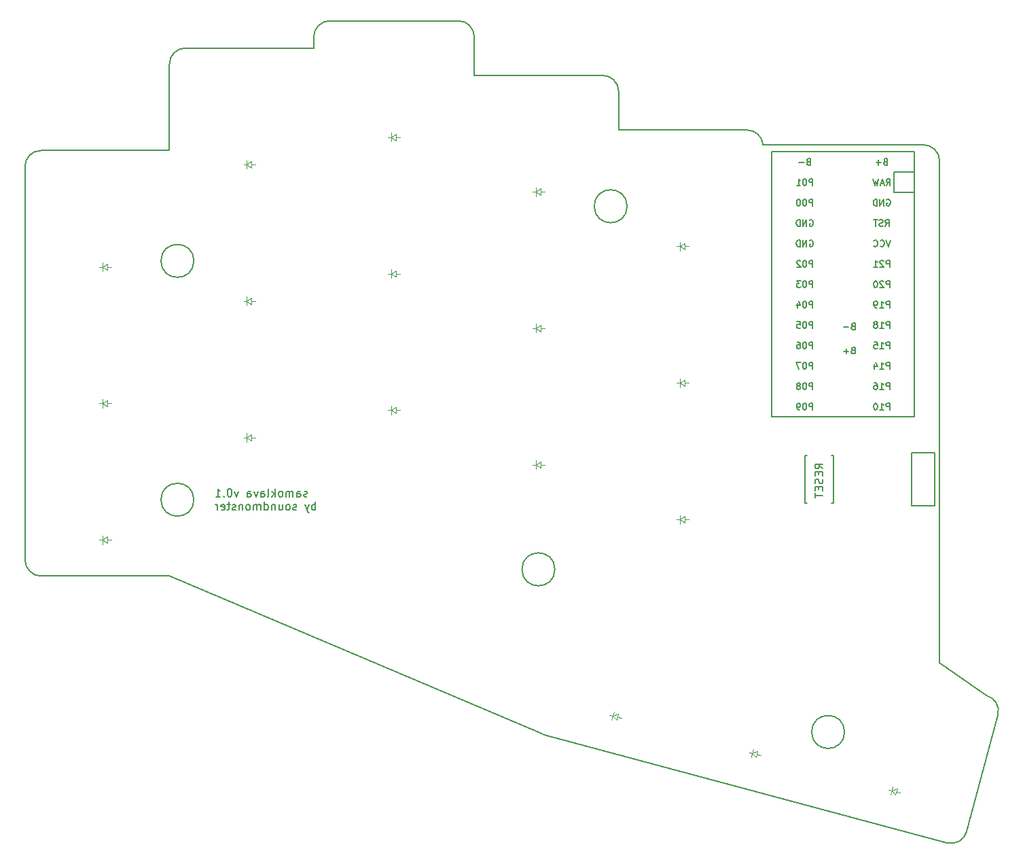
<source format=gbr>
G04 #@! TF.GenerationSoftware,KiCad,Pcbnew,5.1.5+dfsg1-2build2*
G04 #@! TF.CreationDate,2022-04-19T07:05:38+00:00*
G04 #@! TF.ProjectId,board,626f6172-642e-46b6-9963-61645f706362,v1.0.0*
G04 #@! TF.SameCoordinates,Original*
G04 #@! TF.FileFunction,Legend,Bot*
G04 #@! TF.FilePolarity,Positive*
%FSLAX46Y46*%
G04 Gerber Fmt 4.6, Leading zero omitted, Abs format (unit mm)*
G04 Created by KiCad (PCBNEW 5.1.5+dfsg1-2build2) date 2022-04-19 07:05:38*
%MOMM*%
%LPD*%
G04 APERTURE LIST*
%ADD10C,0.150000*%
G04 #@! TA.AperFunction,Profile*
%ADD11C,0.150000*%
G04 #@! TD*
%ADD12C,0.100000*%
G04 APERTURE END LIST*
D10*
X43168928Y420238D02*
X43073690Y372619D01*
X42883214Y372619D01*
X42787976Y420238D01*
X42740357Y515476D01*
X42740357Y563095D01*
X42787976Y658333D01*
X42883214Y705952D01*
X43026071Y705952D01*
X43121309Y753571D01*
X43168928Y848809D01*
X43168928Y896428D01*
X43121309Y991666D01*
X43026071Y1039285D01*
X42883214Y1039285D01*
X42787976Y991666D01*
X41883214Y372619D02*
X41883214Y896428D01*
X41930833Y991666D01*
X42026071Y1039285D01*
X42216547Y1039285D01*
X42311785Y991666D01*
X41883214Y420238D02*
X41978452Y372619D01*
X42216547Y372619D01*
X42311785Y420238D01*
X42359404Y515476D01*
X42359404Y610714D01*
X42311785Y705952D01*
X42216547Y753571D01*
X41978452Y753571D01*
X41883214Y801190D01*
X41407023Y372619D02*
X41407023Y1039285D01*
X41407023Y944047D02*
X41359404Y991666D01*
X41264166Y1039285D01*
X41121309Y1039285D01*
X41026071Y991666D01*
X40978452Y896428D01*
X40978452Y372619D01*
X40978452Y896428D02*
X40930833Y991666D01*
X40835595Y1039285D01*
X40692738Y1039285D01*
X40597500Y991666D01*
X40549880Y896428D01*
X40549880Y372619D01*
X39930833Y372619D02*
X40026071Y420238D01*
X40073690Y467857D01*
X40121309Y563095D01*
X40121309Y848809D01*
X40073690Y944047D01*
X40026071Y991666D01*
X39930833Y1039285D01*
X39787976Y1039285D01*
X39692738Y991666D01*
X39645119Y944047D01*
X39597500Y848809D01*
X39597500Y563095D01*
X39645119Y467857D01*
X39692738Y420238D01*
X39787976Y372619D01*
X39930833Y372619D01*
X39168928Y372619D02*
X39168928Y1372619D01*
X39073690Y753571D02*
X38787976Y372619D01*
X38787976Y1039285D02*
X39168928Y658333D01*
X38216547Y372619D02*
X38311785Y420238D01*
X38359404Y515476D01*
X38359404Y1372619D01*
X37407023Y372619D02*
X37407023Y896428D01*
X37454642Y991666D01*
X37549880Y1039285D01*
X37740357Y1039285D01*
X37835595Y991666D01*
X37407023Y420238D02*
X37502261Y372619D01*
X37740357Y372619D01*
X37835595Y420238D01*
X37883214Y515476D01*
X37883214Y610714D01*
X37835595Y705952D01*
X37740357Y753571D01*
X37502261Y753571D01*
X37407023Y801190D01*
X37026071Y1039285D02*
X36787976Y372619D01*
X36549880Y1039285D01*
X35740357Y372619D02*
X35740357Y896428D01*
X35787976Y991666D01*
X35883214Y1039285D01*
X36073690Y1039285D01*
X36168928Y991666D01*
X35740357Y420238D02*
X35835595Y372619D01*
X36073690Y372619D01*
X36168928Y420238D01*
X36216547Y515476D01*
X36216547Y610714D01*
X36168928Y705952D01*
X36073690Y753571D01*
X35835595Y753571D01*
X35740357Y801190D01*
X34597500Y1039285D02*
X34359404Y372619D01*
X34121309Y1039285D01*
X33549880Y1372619D02*
X33454642Y1372619D01*
X33359404Y1325000D01*
X33311785Y1277380D01*
X33264166Y1182142D01*
X33216547Y991666D01*
X33216547Y753571D01*
X33264166Y563095D01*
X33311785Y467857D01*
X33359404Y420238D01*
X33454642Y372619D01*
X33549880Y372619D01*
X33645119Y420238D01*
X33692738Y467857D01*
X33740357Y563095D01*
X33787976Y753571D01*
X33787976Y991666D01*
X33740357Y1182142D01*
X33692738Y1277380D01*
X33645119Y1325000D01*
X33549880Y1372619D01*
X32787976Y467857D02*
X32740357Y420238D01*
X32787976Y372619D01*
X32835595Y420238D01*
X32787976Y467857D01*
X32787976Y372619D01*
X31787976Y372619D02*
X32359404Y372619D01*
X32073690Y372619D02*
X32073690Y1372619D01*
X32168928Y1229761D01*
X32264166Y1134523D01*
X32359404Y1086904D01*
X44216547Y-1277380D02*
X44216547Y-277380D01*
X44216547Y-658333D02*
X44121309Y-610714D01*
X43930833Y-610714D01*
X43835595Y-658333D01*
X43787976Y-705952D01*
X43740357Y-801190D01*
X43740357Y-1086904D01*
X43787976Y-1182142D01*
X43835595Y-1229761D01*
X43930833Y-1277380D01*
X44121309Y-1277380D01*
X44216547Y-1229761D01*
X43407023Y-610714D02*
X43168928Y-1277380D01*
X42930833Y-610714D02*
X43168928Y-1277380D01*
X43264166Y-1515476D01*
X43311785Y-1563095D01*
X43407023Y-1610714D01*
X41835595Y-1229761D02*
X41740357Y-1277380D01*
X41549880Y-1277380D01*
X41454642Y-1229761D01*
X41407023Y-1134523D01*
X41407023Y-1086904D01*
X41454642Y-991666D01*
X41549880Y-944047D01*
X41692738Y-944047D01*
X41787976Y-896428D01*
X41835595Y-801190D01*
X41835595Y-753571D01*
X41787976Y-658333D01*
X41692738Y-610714D01*
X41549880Y-610714D01*
X41454642Y-658333D01*
X40835595Y-1277380D02*
X40930833Y-1229761D01*
X40978452Y-1182142D01*
X41026071Y-1086904D01*
X41026071Y-801190D01*
X40978452Y-705952D01*
X40930833Y-658333D01*
X40835595Y-610714D01*
X40692738Y-610714D01*
X40597500Y-658333D01*
X40549880Y-705952D01*
X40502261Y-801190D01*
X40502261Y-1086904D01*
X40549880Y-1182142D01*
X40597500Y-1229761D01*
X40692738Y-1277380D01*
X40835595Y-1277380D01*
X39645119Y-610714D02*
X39645119Y-1277380D01*
X40073690Y-610714D02*
X40073690Y-1134523D01*
X40026071Y-1229761D01*
X39930833Y-1277380D01*
X39787976Y-1277380D01*
X39692738Y-1229761D01*
X39645119Y-1182142D01*
X39168928Y-610714D02*
X39168928Y-1277380D01*
X39168928Y-705952D02*
X39121309Y-658333D01*
X39026071Y-610714D01*
X38883214Y-610714D01*
X38787976Y-658333D01*
X38740357Y-753571D01*
X38740357Y-1277380D01*
X37835595Y-1277380D02*
X37835595Y-277380D01*
X37835595Y-1229761D02*
X37930833Y-1277380D01*
X38121309Y-1277380D01*
X38216547Y-1229761D01*
X38264166Y-1182142D01*
X38311785Y-1086904D01*
X38311785Y-801190D01*
X38264166Y-705952D01*
X38216547Y-658333D01*
X38121309Y-610714D01*
X37930833Y-610714D01*
X37835595Y-658333D01*
X37359404Y-1277380D02*
X37359404Y-610714D01*
X37359404Y-705952D02*
X37311785Y-658333D01*
X37216547Y-610714D01*
X37073690Y-610714D01*
X36978452Y-658333D01*
X36930833Y-753571D01*
X36930833Y-1277380D01*
X36930833Y-753571D02*
X36883214Y-658333D01*
X36787976Y-610714D01*
X36645119Y-610714D01*
X36549880Y-658333D01*
X36502261Y-753571D01*
X36502261Y-1277380D01*
X35883214Y-1277380D02*
X35978452Y-1229761D01*
X36026071Y-1182142D01*
X36073690Y-1086904D01*
X36073690Y-801190D01*
X36026071Y-705952D01*
X35978452Y-658333D01*
X35883214Y-610714D01*
X35740357Y-610714D01*
X35645119Y-658333D01*
X35597500Y-705952D01*
X35549880Y-801190D01*
X35549880Y-1086904D01*
X35597500Y-1182142D01*
X35645119Y-1229761D01*
X35740357Y-1277380D01*
X35883214Y-1277380D01*
X35121309Y-610714D02*
X35121309Y-1277380D01*
X35121309Y-705952D02*
X35073690Y-658333D01*
X34978452Y-610714D01*
X34835595Y-610714D01*
X34740357Y-658333D01*
X34692738Y-753571D01*
X34692738Y-1277380D01*
X34264166Y-1229761D02*
X34168928Y-1277380D01*
X33978452Y-1277380D01*
X33883214Y-1229761D01*
X33835595Y-1134523D01*
X33835595Y-1086904D01*
X33883214Y-991666D01*
X33978452Y-944047D01*
X34121309Y-944047D01*
X34216547Y-896428D01*
X34264166Y-801190D01*
X34264166Y-753571D01*
X34216547Y-658333D01*
X34121309Y-610714D01*
X33978452Y-610714D01*
X33883214Y-658333D01*
X33549880Y-610714D02*
X33168928Y-610714D01*
X33407023Y-277380D02*
X33407023Y-1134523D01*
X33359404Y-1229761D01*
X33264166Y-1277380D01*
X33168928Y-1277380D01*
X32454642Y-1229761D02*
X32549880Y-1277380D01*
X32740357Y-1277380D01*
X32835595Y-1229761D01*
X32883214Y-1134523D01*
X32883214Y-753571D01*
X32835595Y-658333D01*
X32740357Y-610714D01*
X32549880Y-610714D01*
X32454642Y-658333D01*
X32407023Y-753571D01*
X32407023Y-848809D01*
X32883214Y-944047D01*
X31978452Y-1277380D02*
X31978452Y-610714D01*
X31978452Y-801190D02*
X31930833Y-705952D01*
X31883214Y-658333D01*
X31787976Y-610714D01*
X31692738Y-610714D01*
D11*
X10000000Y-9500000D02*
X26000000Y-9500000D01*
X8000000Y-7500000D02*
X8000000Y41500000D01*
X10000000Y-9500000D02*
G75*
G02X8000000Y-7500000I0J2000000D01*
G01*
X26000000Y43500000D02*
X10000000Y43500000D01*
X8000000Y41500000D02*
G75*
G02X10000000Y43500000I2000000J0D01*
G01*
X44000000Y56250000D02*
X28000000Y56250000D01*
X26000000Y54250000D02*
G75*
G02X28000000Y56250000I2000000J0D01*
G01*
X26000000Y54250000D02*
X26000000Y43500000D01*
X64000000Y52850000D02*
X64000000Y57650000D01*
X62000000Y59650000D02*
G75*
G02X64000000Y57650000I0J-2000000D01*
G01*
X62000000Y59650000D02*
X46000000Y59650000D01*
X44000000Y57650000D02*
G75*
G02X46000000Y59650000I2000000J0D01*
G01*
X44000000Y57650000D02*
X44000000Y56250000D01*
X82000000Y46050000D02*
X82000000Y50850000D01*
X80000000Y52850000D02*
G75*
G02X82000000Y50850000I0J-2000000D01*
G01*
X80000000Y52850000D02*
X64000000Y52850000D01*
X98000000Y46050000D02*
G75*
G02X99994367Y44200000I0J-2000000D01*
G01*
X98000000Y46050000D02*
X82000000Y46050000D01*
X72707107Y-29274745D02*
X122935250Y-42733335D01*
X72707107Y-29274745D02*
G75*
G02X72197860Y-29059141I517638J1931852D01*
G01*
X125384739Y-41319122D02*
G75*
G02X122935250Y-42733335I-1931851J517638D01*
G01*
X125384740Y-41319122D02*
X129267025Y-26830234D01*
X127852812Y-24380745D02*
G75*
G02X129267025Y-26830234I-517638J-1931851D01*
G01*
X122000000Y-20297692D02*
X127852812Y-24380745D01*
X72197860Y-29059141D02*
X26000000Y-9500000D01*
X122000000Y-20297692D02*
X122000000Y42200000D01*
X120000000Y44200000D02*
G75*
G02X122000000Y42200000I0J-2000000D01*
G01*
X120000000Y44200000D02*
X99994367Y44200000D01*
X29050000Y29750000D02*
G75*
G03X29050000Y29750000I-2050000J0D01*
G01*
X29050000Y0D02*
G75*
G03X29050000Y0I-2050000J0D01*
G01*
X83050000Y36550000D02*
G75*
G03X83050000Y36550000I-2050000J0D01*
G01*
X74050000Y-8670000D02*
G75*
G03X74050000Y-8670000I-2050000J0D01*
G01*
X110153958Y-28924179D02*
G75*
G03X110153958Y-28924179I-2050000J0D01*
G01*
D12*
G04 #@! TO.C,D1*
X18250000Y-5000000D02*
X18750000Y-5000000D01*
X18250000Y-5400000D02*
X17650000Y-5000000D01*
X18250000Y-4600000D02*
X18250000Y-5400000D01*
X17650000Y-5000000D02*
X18250000Y-4600000D01*
X17650000Y-5000000D02*
X17650000Y-5550000D01*
X17650000Y-5000000D02*
X17650000Y-4450000D01*
X17250000Y-5000000D02*
X17650000Y-5000000D01*
G04 #@! TO.C,D2*
X18250000Y12000000D02*
X18750000Y12000000D01*
X18250000Y11600000D02*
X17650000Y12000000D01*
X18250000Y12400000D02*
X18250000Y11600000D01*
X17650000Y12000000D02*
X18250000Y12400000D01*
X17650000Y12000000D02*
X17650000Y11450000D01*
X17650000Y12000000D02*
X17650000Y12550000D01*
X17250000Y12000000D02*
X17650000Y12000000D01*
G04 #@! TO.C,D3*
X18250000Y29000000D02*
X18750000Y29000000D01*
X18250000Y28600000D02*
X17650000Y29000000D01*
X18250000Y29400000D02*
X18250000Y28600000D01*
X17650000Y29000000D02*
X18250000Y29400000D01*
X17650000Y29000000D02*
X17650000Y28450000D01*
X17650000Y29000000D02*
X17650000Y29550000D01*
X17250000Y29000000D02*
X17650000Y29000000D01*
G04 #@! TO.C,D4*
X36250000Y7750000D02*
X36750000Y7750000D01*
X36250000Y7350000D02*
X35650000Y7750000D01*
X36250000Y8150000D02*
X36250000Y7350000D01*
X35650000Y7750000D02*
X36250000Y8150000D01*
X35650000Y7750000D02*
X35650000Y7200000D01*
X35650000Y7750000D02*
X35650000Y8300000D01*
X35250000Y7750000D02*
X35650000Y7750000D01*
G04 #@! TO.C,D5*
X36250000Y24750000D02*
X36750000Y24750000D01*
X36250000Y24350000D02*
X35650000Y24750000D01*
X36250000Y25150000D02*
X36250000Y24350000D01*
X35650000Y24750000D02*
X36250000Y25150000D01*
X35650000Y24750000D02*
X35650000Y24200000D01*
X35650000Y24750000D02*
X35650000Y25300000D01*
X35250000Y24750000D02*
X35650000Y24750000D01*
G04 #@! TO.C,D6*
X36250000Y41750000D02*
X36750000Y41750000D01*
X36250000Y41350000D02*
X35650000Y41750000D01*
X36250000Y42150000D02*
X36250000Y41350000D01*
X35650000Y41750000D02*
X36250000Y42150000D01*
X35650000Y41750000D02*
X35650000Y41200000D01*
X35650000Y41750000D02*
X35650000Y42300000D01*
X35250000Y41750000D02*
X35650000Y41750000D01*
G04 #@! TO.C,D7*
X54250000Y11150000D02*
X54750000Y11150000D01*
X54250000Y10750000D02*
X53650000Y11150000D01*
X54250000Y11550000D02*
X54250000Y10750000D01*
X53650000Y11150000D02*
X54250000Y11550000D01*
X53650000Y11150000D02*
X53650000Y10600000D01*
X53650000Y11150000D02*
X53650000Y11700000D01*
X53250000Y11150000D02*
X53650000Y11150000D01*
G04 #@! TO.C,D8*
X54250000Y28150000D02*
X54750000Y28150000D01*
X54250000Y27750000D02*
X53650000Y28150000D01*
X54250000Y28550000D02*
X54250000Y27750000D01*
X53650000Y28150000D02*
X54250000Y28550000D01*
X53650000Y28150000D02*
X53650000Y27600000D01*
X53650000Y28150000D02*
X53650000Y28700000D01*
X53250000Y28150000D02*
X53650000Y28150000D01*
G04 #@! TO.C,D9*
X54250000Y45150000D02*
X54750000Y45150000D01*
X54250000Y44750000D02*
X53650000Y45150000D01*
X54250000Y45550000D02*
X54250000Y44750000D01*
X53650000Y45150000D02*
X54250000Y45550000D01*
X53650000Y45150000D02*
X53650000Y44600000D01*
X53650000Y45150000D02*
X53650000Y45700000D01*
X53250000Y45150000D02*
X53650000Y45150000D01*
G04 #@! TO.C,D10*
X72250000Y4350000D02*
X72750000Y4350000D01*
X72250000Y3950000D02*
X71650000Y4350000D01*
X72250000Y4750000D02*
X72250000Y3950000D01*
X71650000Y4350000D02*
X72250000Y4750000D01*
X71650000Y4350000D02*
X71650000Y3800000D01*
X71650000Y4350000D02*
X71650000Y4900000D01*
X71250000Y4350000D02*
X71650000Y4350000D01*
G04 #@! TO.C,D11*
X72250000Y21350000D02*
X72750000Y21350000D01*
X72250000Y20950000D02*
X71650000Y21350000D01*
X72250000Y21750000D02*
X72250000Y20950000D01*
X71650000Y21350000D02*
X72250000Y21750000D01*
X71650000Y21350000D02*
X71650000Y20800000D01*
X71650000Y21350000D02*
X71650000Y21900000D01*
X71250000Y21350000D02*
X71650000Y21350000D01*
G04 #@! TO.C,D12*
X72250000Y38350000D02*
X72750000Y38350000D01*
X72250000Y37950000D02*
X71650000Y38350000D01*
X72250000Y38750000D02*
X72250000Y37950000D01*
X71650000Y38350000D02*
X72250000Y38750000D01*
X71650000Y38350000D02*
X71650000Y37800000D01*
X71650000Y38350000D02*
X71650000Y38900000D01*
X71250000Y38350000D02*
X71650000Y38350000D01*
G04 #@! TO.C,D13*
X90250000Y-2450000D02*
X90750000Y-2450000D01*
X90250000Y-2850000D02*
X89650000Y-2450000D01*
X90250000Y-2050000D02*
X90250000Y-2850000D01*
X89650000Y-2450000D02*
X90250000Y-2050000D01*
X89650000Y-2450000D02*
X89650000Y-3000000D01*
X89650000Y-2450000D02*
X89650000Y-1900000D01*
X89250000Y-2450000D02*
X89650000Y-2450000D01*
G04 #@! TO.C,D14*
X90250000Y14550000D02*
X90750000Y14550000D01*
X90250000Y14150000D02*
X89650000Y14550000D01*
X90250000Y14950000D02*
X90250000Y14150000D01*
X89650000Y14550000D02*
X90250000Y14950000D01*
X89650000Y14550000D02*
X89650000Y14000000D01*
X89650000Y14550000D02*
X89650000Y15100000D01*
X89250000Y14550000D02*
X89650000Y14550000D01*
G04 #@! TO.C,D15*
X90250000Y31550000D02*
X90750000Y31550000D01*
X90250000Y31150000D02*
X89650000Y31550000D01*
X90250000Y31950000D02*
X90250000Y31150000D01*
X89650000Y31550000D02*
X90250000Y31950000D01*
X89650000Y31550000D02*
X89650000Y31000000D01*
X89650000Y31550000D02*
X89650000Y32100000D01*
X89250000Y31550000D02*
X89650000Y31550000D01*
G04 #@! TO.C,D16*
X81840681Y-27063305D02*
X82323644Y-27192714D01*
X81737154Y-27449675D02*
X81261126Y-26908013D01*
X81944209Y-26676934D02*
X81737154Y-27449675D01*
X81261126Y-26908013D02*
X81944209Y-26676934D01*
X81261126Y-26908013D02*
X81118775Y-27439273D01*
X81261126Y-26908013D02*
X81403476Y-26376754D01*
X80874756Y-26804486D02*
X81261126Y-26908013D01*
G04 #@! TO.C,D17*
X99227381Y-31722105D02*
X99710344Y-31851514D01*
X99123854Y-32108475D02*
X98647826Y-31566813D01*
X99330909Y-31335734D02*
X99123854Y-32108475D01*
X98647826Y-31566813D02*
X99330909Y-31335734D01*
X98647826Y-31566813D02*
X98505475Y-32098073D01*
X98647826Y-31566813D02*
X98790176Y-31035554D01*
X98261456Y-31463286D02*
X98647826Y-31566813D01*
G04 #@! TO.C,D18*
X116614481Y-36380805D02*
X117097444Y-36510214D01*
X116510954Y-36767175D02*
X116034926Y-36225513D01*
X116718009Y-35994434D02*
X116510954Y-36767175D01*
X116034926Y-36225513D02*
X116718009Y-35994434D01*
X116034926Y-36225513D02*
X115892575Y-36756773D01*
X116034926Y-36225513D02*
X116177276Y-35694254D01*
X115648556Y-36121986D02*
X116034926Y-36225513D01*
D10*
G04 #@! TO.C,MCU1*
X101110000Y43330000D02*
X101110000Y10310000D01*
X101110000Y10310000D02*
X118890000Y10310000D01*
X118890000Y10310000D02*
X118890000Y43330000D01*
X118890000Y43330000D02*
X101110000Y43330000D01*
X116350000Y40790000D02*
X116350000Y38250000D01*
X116350000Y40790000D02*
X118890000Y40790000D01*
X116350000Y38250000D02*
X118890000Y38250000D01*
G04 #@! TO.C,T2*
X121350000Y600000D02*
X121350000Y4500000D01*
X121350000Y2550000D02*
X121350000Y5850000D01*
X121350000Y5850000D02*
X118500000Y5850000D01*
X118500000Y5850000D02*
X118500000Y-750000D01*
X118500000Y-750000D02*
X121350000Y-750000D01*
X121350000Y2550000D02*
X121350000Y-750000D01*
G04 #@! TO.C,B1*
X105500000Y-450000D02*
X105250000Y-450000D01*
X105250000Y-450000D02*
X105250000Y5550000D01*
X105250000Y5550000D02*
X105500000Y5550000D01*
X108500000Y5550000D02*
X108750000Y5550000D01*
X108750000Y5550000D02*
X108750000Y-450000D01*
X108750000Y-450000D02*
X108500000Y-450000D01*
G04 #@! TD*
G04 #@! TO.C,MCU1*
X115352380Y39158095D02*
X115619047Y39539047D01*
X115809523Y39158095D02*
X115809523Y39958095D01*
X115504761Y39958095D01*
X115428571Y39920000D01*
X115390476Y39881904D01*
X115352380Y39805714D01*
X115352380Y39691428D01*
X115390476Y39615238D01*
X115428571Y39577142D01*
X115504761Y39539047D01*
X115809523Y39539047D01*
X115047619Y39386666D02*
X114666666Y39386666D01*
X115123809Y39158095D02*
X114857142Y39958095D01*
X114590476Y39158095D01*
X114400000Y39958095D02*
X114209523Y39158095D01*
X114057142Y39729523D01*
X113904761Y39158095D01*
X113714285Y39958095D01*
X115409523Y37380000D02*
X115485714Y37418095D01*
X115600000Y37418095D01*
X115714285Y37380000D01*
X115790476Y37303809D01*
X115828571Y37227619D01*
X115866666Y37075238D01*
X115866666Y36960952D01*
X115828571Y36808571D01*
X115790476Y36732380D01*
X115714285Y36656190D01*
X115600000Y36618095D01*
X115523809Y36618095D01*
X115409523Y36656190D01*
X115371428Y36694285D01*
X115371428Y36960952D01*
X115523809Y36960952D01*
X115028571Y36618095D02*
X115028571Y37418095D01*
X114571428Y36618095D01*
X114571428Y37418095D01*
X114190476Y36618095D02*
X114190476Y37418095D01*
X114000000Y37418095D01*
X113885714Y37380000D01*
X113809523Y37303809D01*
X113771428Y37227619D01*
X113733333Y37075238D01*
X113733333Y36960952D01*
X113771428Y36808571D01*
X113809523Y36732380D01*
X113885714Y36656190D01*
X114000000Y36618095D01*
X114190476Y36618095D01*
X115238095Y34078095D02*
X115504761Y34459047D01*
X115695238Y34078095D02*
X115695238Y34878095D01*
X115390476Y34878095D01*
X115314285Y34840000D01*
X115276190Y34801904D01*
X115238095Y34725714D01*
X115238095Y34611428D01*
X115276190Y34535238D01*
X115314285Y34497142D01*
X115390476Y34459047D01*
X115695238Y34459047D01*
X114933333Y34116190D02*
X114819047Y34078095D01*
X114628571Y34078095D01*
X114552380Y34116190D01*
X114514285Y34154285D01*
X114476190Y34230476D01*
X114476190Y34306666D01*
X114514285Y34382857D01*
X114552380Y34420952D01*
X114628571Y34459047D01*
X114780952Y34497142D01*
X114857142Y34535238D01*
X114895238Y34573333D01*
X114933333Y34649523D01*
X114933333Y34725714D01*
X114895238Y34801904D01*
X114857142Y34840000D01*
X114780952Y34878095D01*
X114590476Y34878095D01*
X114476190Y34840000D01*
X114247619Y34878095D02*
X113790476Y34878095D01*
X114019047Y34078095D02*
X114019047Y34878095D01*
X115866666Y32338095D02*
X115600000Y31538095D01*
X115333333Y32338095D01*
X114609523Y31614285D02*
X114647619Y31576190D01*
X114761904Y31538095D01*
X114838095Y31538095D01*
X114952380Y31576190D01*
X115028571Y31652380D01*
X115066666Y31728571D01*
X115104761Y31880952D01*
X115104761Y31995238D01*
X115066666Y32147619D01*
X115028571Y32223809D01*
X114952380Y32300000D01*
X114838095Y32338095D01*
X114761904Y32338095D01*
X114647619Y32300000D01*
X114609523Y32261904D01*
X113809523Y31614285D02*
X113847619Y31576190D01*
X113961904Y31538095D01*
X114038095Y31538095D01*
X114152380Y31576190D01*
X114228571Y31652380D01*
X114266666Y31728571D01*
X114304761Y31880952D01*
X114304761Y31995238D01*
X114266666Y32147619D01*
X114228571Y32223809D01*
X114152380Y32300000D01*
X114038095Y32338095D01*
X113961904Y32338095D01*
X113847619Y32300000D01*
X113809523Y32261904D01*
X115771428Y28998095D02*
X115771428Y29798095D01*
X115466666Y29798095D01*
X115390476Y29760000D01*
X115352380Y29721904D01*
X115314285Y29645714D01*
X115314285Y29531428D01*
X115352380Y29455238D01*
X115390476Y29417142D01*
X115466666Y29379047D01*
X115771428Y29379047D01*
X115009523Y29721904D02*
X114971428Y29760000D01*
X114895238Y29798095D01*
X114704761Y29798095D01*
X114628571Y29760000D01*
X114590476Y29721904D01*
X114552380Y29645714D01*
X114552380Y29569523D01*
X114590476Y29455238D01*
X115047619Y28998095D01*
X114552380Y28998095D01*
X113790476Y28998095D02*
X114247619Y28998095D01*
X114019047Y28998095D02*
X114019047Y29798095D01*
X114095238Y29683809D01*
X114171428Y29607619D01*
X114247619Y29569523D01*
X115771428Y26458095D02*
X115771428Y27258095D01*
X115466666Y27258095D01*
X115390476Y27220000D01*
X115352380Y27181904D01*
X115314285Y27105714D01*
X115314285Y26991428D01*
X115352380Y26915238D01*
X115390476Y26877142D01*
X115466666Y26839047D01*
X115771428Y26839047D01*
X115009523Y27181904D02*
X114971428Y27220000D01*
X114895238Y27258095D01*
X114704761Y27258095D01*
X114628571Y27220000D01*
X114590476Y27181904D01*
X114552380Y27105714D01*
X114552380Y27029523D01*
X114590476Y26915238D01*
X115047619Y26458095D01*
X114552380Y26458095D01*
X114057142Y27258095D02*
X113980952Y27258095D01*
X113904761Y27220000D01*
X113866666Y27181904D01*
X113828571Y27105714D01*
X113790476Y26953333D01*
X113790476Y26762857D01*
X113828571Y26610476D01*
X113866666Y26534285D01*
X113904761Y26496190D01*
X113980952Y26458095D01*
X114057142Y26458095D01*
X114133333Y26496190D01*
X114171428Y26534285D01*
X114209523Y26610476D01*
X114247619Y26762857D01*
X114247619Y26953333D01*
X114209523Y27105714D01*
X114171428Y27181904D01*
X114133333Y27220000D01*
X114057142Y27258095D01*
X115771428Y23918095D02*
X115771428Y24718095D01*
X115466666Y24718095D01*
X115390476Y24680000D01*
X115352380Y24641904D01*
X115314285Y24565714D01*
X115314285Y24451428D01*
X115352380Y24375238D01*
X115390476Y24337142D01*
X115466666Y24299047D01*
X115771428Y24299047D01*
X114552380Y23918095D02*
X115009523Y23918095D01*
X114780952Y23918095D02*
X114780952Y24718095D01*
X114857142Y24603809D01*
X114933333Y24527619D01*
X115009523Y24489523D01*
X114171428Y23918095D02*
X114019047Y23918095D01*
X113942857Y23956190D01*
X113904761Y23994285D01*
X113828571Y24108571D01*
X113790476Y24260952D01*
X113790476Y24565714D01*
X113828571Y24641904D01*
X113866666Y24680000D01*
X113942857Y24718095D01*
X114095238Y24718095D01*
X114171428Y24680000D01*
X114209523Y24641904D01*
X114247619Y24565714D01*
X114247619Y24375238D01*
X114209523Y24299047D01*
X114171428Y24260952D01*
X114095238Y24222857D01*
X113942857Y24222857D01*
X113866666Y24260952D01*
X113828571Y24299047D01*
X113790476Y24375238D01*
X115771428Y21378095D02*
X115771428Y22178095D01*
X115466666Y22178095D01*
X115390476Y22140000D01*
X115352380Y22101904D01*
X115314285Y22025714D01*
X115314285Y21911428D01*
X115352380Y21835238D01*
X115390476Y21797142D01*
X115466666Y21759047D01*
X115771428Y21759047D01*
X114552380Y21378095D02*
X115009523Y21378095D01*
X114780952Y21378095D02*
X114780952Y22178095D01*
X114857142Y22063809D01*
X114933333Y21987619D01*
X115009523Y21949523D01*
X114095238Y21835238D02*
X114171428Y21873333D01*
X114209523Y21911428D01*
X114247619Y21987619D01*
X114247619Y22025714D01*
X114209523Y22101904D01*
X114171428Y22140000D01*
X114095238Y22178095D01*
X113942857Y22178095D01*
X113866666Y22140000D01*
X113828571Y22101904D01*
X113790476Y22025714D01*
X113790476Y21987619D01*
X113828571Y21911428D01*
X113866666Y21873333D01*
X113942857Y21835238D01*
X114095238Y21835238D01*
X114171428Y21797142D01*
X114209523Y21759047D01*
X114247619Y21682857D01*
X114247619Y21530476D01*
X114209523Y21454285D01*
X114171428Y21416190D01*
X114095238Y21378095D01*
X113942857Y21378095D01*
X113866666Y21416190D01*
X113828571Y21454285D01*
X113790476Y21530476D01*
X113790476Y21682857D01*
X113828571Y21759047D01*
X113866666Y21797142D01*
X113942857Y21835238D01*
X115771428Y18838095D02*
X115771428Y19638095D01*
X115466666Y19638095D01*
X115390476Y19600000D01*
X115352380Y19561904D01*
X115314285Y19485714D01*
X115314285Y19371428D01*
X115352380Y19295238D01*
X115390476Y19257142D01*
X115466666Y19219047D01*
X115771428Y19219047D01*
X114552380Y18838095D02*
X115009523Y18838095D01*
X114780952Y18838095D02*
X114780952Y19638095D01*
X114857142Y19523809D01*
X114933333Y19447619D01*
X115009523Y19409523D01*
X113828571Y19638095D02*
X114209523Y19638095D01*
X114247619Y19257142D01*
X114209523Y19295238D01*
X114133333Y19333333D01*
X113942857Y19333333D01*
X113866666Y19295238D01*
X113828571Y19257142D01*
X113790476Y19180952D01*
X113790476Y18990476D01*
X113828571Y18914285D01*
X113866666Y18876190D01*
X113942857Y18838095D01*
X114133333Y18838095D01*
X114209523Y18876190D01*
X114247619Y18914285D01*
X115771428Y16298095D02*
X115771428Y17098095D01*
X115466666Y17098095D01*
X115390476Y17060000D01*
X115352380Y17021904D01*
X115314285Y16945714D01*
X115314285Y16831428D01*
X115352380Y16755238D01*
X115390476Y16717142D01*
X115466666Y16679047D01*
X115771428Y16679047D01*
X114552380Y16298095D02*
X115009523Y16298095D01*
X114780952Y16298095D02*
X114780952Y17098095D01*
X114857142Y16983809D01*
X114933333Y16907619D01*
X115009523Y16869523D01*
X113866666Y16831428D02*
X113866666Y16298095D01*
X114057142Y17136190D02*
X114247619Y16564761D01*
X113752380Y16564761D01*
X115771428Y13758095D02*
X115771428Y14558095D01*
X115466666Y14558095D01*
X115390476Y14520000D01*
X115352380Y14481904D01*
X115314285Y14405714D01*
X115314285Y14291428D01*
X115352380Y14215238D01*
X115390476Y14177142D01*
X115466666Y14139047D01*
X115771428Y14139047D01*
X114552380Y13758095D02*
X115009523Y13758095D01*
X114780952Y13758095D02*
X114780952Y14558095D01*
X114857142Y14443809D01*
X114933333Y14367619D01*
X115009523Y14329523D01*
X113866666Y14558095D02*
X114019047Y14558095D01*
X114095238Y14520000D01*
X114133333Y14481904D01*
X114209523Y14367619D01*
X114247619Y14215238D01*
X114247619Y13910476D01*
X114209523Y13834285D01*
X114171428Y13796190D01*
X114095238Y13758095D01*
X113942857Y13758095D01*
X113866666Y13796190D01*
X113828571Y13834285D01*
X113790476Y13910476D01*
X113790476Y14100952D01*
X113828571Y14177142D01*
X113866666Y14215238D01*
X113942857Y14253333D01*
X114095238Y14253333D01*
X114171428Y14215238D01*
X114209523Y14177142D01*
X114247619Y14100952D01*
X115771428Y11218095D02*
X115771428Y12018095D01*
X115466666Y12018095D01*
X115390476Y11980000D01*
X115352380Y11941904D01*
X115314285Y11865714D01*
X115314285Y11751428D01*
X115352380Y11675238D01*
X115390476Y11637142D01*
X115466666Y11599047D01*
X115771428Y11599047D01*
X114552380Y11218095D02*
X115009523Y11218095D01*
X114780952Y11218095D02*
X114780952Y12018095D01*
X114857142Y11903809D01*
X114933333Y11827619D01*
X115009523Y11789523D01*
X114057142Y12018095D02*
X113980952Y12018095D01*
X113904761Y11980000D01*
X113866666Y11941904D01*
X113828571Y11865714D01*
X113790476Y11713333D01*
X113790476Y11522857D01*
X113828571Y11370476D01*
X113866666Y11294285D01*
X113904761Y11256190D01*
X113980952Y11218095D01*
X114057142Y11218095D01*
X114133333Y11256190D01*
X114171428Y11294285D01*
X114209523Y11370476D01*
X114247619Y11522857D01*
X114247619Y11713333D01*
X114209523Y11865714D01*
X114171428Y11941904D01*
X114133333Y11980000D01*
X114057142Y12018095D01*
X106171428Y39158095D02*
X106171428Y39958095D01*
X105866666Y39958095D01*
X105790476Y39920000D01*
X105752380Y39881904D01*
X105714285Y39805714D01*
X105714285Y39691428D01*
X105752380Y39615238D01*
X105790476Y39577142D01*
X105866666Y39539047D01*
X106171428Y39539047D01*
X105219047Y39958095D02*
X105142857Y39958095D01*
X105066666Y39920000D01*
X105028571Y39881904D01*
X104990476Y39805714D01*
X104952380Y39653333D01*
X104952380Y39462857D01*
X104990476Y39310476D01*
X105028571Y39234285D01*
X105066666Y39196190D01*
X105142857Y39158095D01*
X105219047Y39158095D01*
X105295238Y39196190D01*
X105333333Y39234285D01*
X105371428Y39310476D01*
X105409523Y39462857D01*
X105409523Y39653333D01*
X105371428Y39805714D01*
X105333333Y39881904D01*
X105295238Y39920000D01*
X105219047Y39958095D01*
X104190476Y39158095D02*
X104647619Y39158095D01*
X104419047Y39158095D02*
X104419047Y39958095D01*
X104495238Y39843809D01*
X104571428Y39767619D01*
X104647619Y39729523D01*
X106171428Y36618095D02*
X106171428Y37418095D01*
X105866666Y37418095D01*
X105790476Y37380000D01*
X105752380Y37341904D01*
X105714285Y37265714D01*
X105714285Y37151428D01*
X105752380Y37075238D01*
X105790476Y37037142D01*
X105866666Y36999047D01*
X106171428Y36999047D01*
X105219047Y37418095D02*
X105142857Y37418095D01*
X105066666Y37380000D01*
X105028571Y37341904D01*
X104990476Y37265714D01*
X104952380Y37113333D01*
X104952380Y36922857D01*
X104990476Y36770476D01*
X105028571Y36694285D01*
X105066666Y36656190D01*
X105142857Y36618095D01*
X105219047Y36618095D01*
X105295238Y36656190D01*
X105333333Y36694285D01*
X105371428Y36770476D01*
X105409523Y36922857D01*
X105409523Y37113333D01*
X105371428Y37265714D01*
X105333333Y37341904D01*
X105295238Y37380000D01*
X105219047Y37418095D01*
X104457142Y37418095D02*
X104380952Y37418095D01*
X104304761Y37380000D01*
X104266666Y37341904D01*
X104228571Y37265714D01*
X104190476Y37113333D01*
X104190476Y36922857D01*
X104228571Y36770476D01*
X104266666Y36694285D01*
X104304761Y36656190D01*
X104380952Y36618095D01*
X104457142Y36618095D01*
X104533333Y36656190D01*
X104571428Y36694285D01*
X104609523Y36770476D01*
X104647619Y36922857D01*
X104647619Y37113333D01*
X104609523Y37265714D01*
X104571428Y37341904D01*
X104533333Y37380000D01*
X104457142Y37418095D01*
X105809523Y34840000D02*
X105885714Y34878095D01*
X106000000Y34878095D01*
X106114285Y34840000D01*
X106190476Y34763809D01*
X106228571Y34687619D01*
X106266666Y34535238D01*
X106266666Y34420952D01*
X106228571Y34268571D01*
X106190476Y34192380D01*
X106114285Y34116190D01*
X106000000Y34078095D01*
X105923809Y34078095D01*
X105809523Y34116190D01*
X105771428Y34154285D01*
X105771428Y34420952D01*
X105923809Y34420952D01*
X105428571Y34078095D02*
X105428571Y34878095D01*
X104971428Y34078095D01*
X104971428Y34878095D01*
X104590476Y34078095D02*
X104590476Y34878095D01*
X104400000Y34878095D01*
X104285714Y34840000D01*
X104209523Y34763809D01*
X104171428Y34687619D01*
X104133333Y34535238D01*
X104133333Y34420952D01*
X104171428Y34268571D01*
X104209523Y34192380D01*
X104285714Y34116190D01*
X104400000Y34078095D01*
X104590476Y34078095D01*
X105809523Y32300000D02*
X105885714Y32338095D01*
X106000000Y32338095D01*
X106114285Y32300000D01*
X106190476Y32223809D01*
X106228571Y32147619D01*
X106266666Y31995238D01*
X106266666Y31880952D01*
X106228571Y31728571D01*
X106190476Y31652380D01*
X106114285Y31576190D01*
X106000000Y31538095D01*
X105923809Y31538095D01*
X105809523Y31576190D01*
X105771428Y31614285D01*
X105771428Y31880952D01*
X105923809Y31880952D01*
X105428571Y31538095D02*
X105428571Y32338095D01*
X104971428Y31538095D01*
X104971428Y32338095D01*
X104590476Y31538095D02*
X104590476Y32338095D01*
X104400000Y32338095D01*
X104285714Y32300000D01*
X104209523Y32223809D01*
X104171428Y32147619D01*
X104133333Y31995238D01*
X104133333Y31880952D01*
X104171428Y31728571D01*
X104209523Y31652380D01*
X104285714Y31576190D01*
X104400000Y31538095D01*
X104590476Y31538095D01*
X106171428Y28998095D02*
X106171428Y29798095D01*
X105866666Y29798095D01*
X105790476Y29760000D01*
X105752380Y29721904D01*
X105714285Y29645714D01*
X105714285Y29531428D01*
X105752380Y29455238D01*
X105790476Y29417142D01*
X105866666Y29379047D01*
X106171428Y29379047D01*
X105219047Y29798095D02*
X105142857Y29798095D01*
X105066666Y29760000D01*
X105028571Y29721904D01*
X104990476Y29645714D01*
X104952380Y29493333D01*
X104952380Y29302857D01*
X104990476Y29150476D01*
X105028571Y29074285D01*
X105066666Y29036190D01*
X105142857Y28998095D01*
X105219047Y28998095D01*
X105295238Y29036190D01*
X105333333Y29074285D01*
X105371428Y29150476D01*
X105409523Y29302857D01*
X105409523Y29493333D01*
X105371428Y29645714D01*
X105333333Y29721904D01*
X105295238Y29760000D01*
X105219047Y29798095D01*
X104647619Y29721904D02*
X104609523Y29760000D01*
X104533333Y29798095D01*
X104342857Y29798095D01*
X104266666Y29760000D01*
X104228571Y29721904D01*
X104190476Y29645714D01*
X104190476Y29569523D01*
X104228571Y29455238D01*
X104685714Y28998095D01*
X104190476Y28998095D01*
X106171428Y26458095D02*
X106171428Y27258095D01*
X105866666Y27258095D01*
X105790476Y27220000D01*
X105752380Y27181904D01*
X105714285Y27105714D01*
X105714285Y26991428D01*
X105752380Y26915238D01*
X105790476Y26877142D01*
X105866666Y26839047D01*
X106171428Y26839047D01*
X105219047Y27258095D02*
X105142857Y27258095D01*
X105066666Y27220000D01*
X105028571Y27181904D01*
X104990476Y27105714D01*
X104952380Y26953333D01*
X104952380Y26762857D01*
X104990476Y26610476D01*
X105028571Y26534285D01*
X105066666Y26496190D01*
X105142857Y26458095D01*
X105219047Y26458095D01*
X105295238Y26496190D01*
X105333333Y26534285D01*
X105371428Y26610476D01*
X105409523Y26762857D01*
X105409523Y26953333D01*
X105371428Y27105714D01*
X105333333Y27181904D01*
X105295238Y27220000D01*
X105219047Y27258095D01*
X104685714Y27258095D02*
X104190476Y27258095D01*
X104457142Y26953333D01*
X104342857Y26953333D01*
X104266666Y26915238D01*
X104228571Y26877142D01*
X104190476Y26800952D01*
X104190476Y26610476D01*
X104228571Y26534285D01*
X104266666Y26496190D01*
X104342857Y26458095D01*
X104571428Y26458095D01*
X104647619Y26496190D01*
X104685714Y26534285D01*
X106171428Y23918095D02*
X106171428Y24718095D01*
X105866666Y24718095D01*
X105790476Y24680000D01*
X105752380Y24641904D01*
X105714285Y24565714D01*
X105714285Y24451428D01*
X105752380Y24375238D01*
X105790476Y24337142D01*
X105866666Y24299047D01*
X106171428Y24299047D01*
X105219047Y24718095D02*
X105142857Y24718095D01*
X105066666Y24680000D01*
X105028571Y24641904D01*
X104990476Y24565714D01*
X104952380Y24413333D01*
X104952380Y24222857D01*
X104990476Y24070476D01*
X105028571Y23994285D01*
X105066666Y23956190D01*
X105142857Y23918095D01*
X105219047Y23918095D01*
X105295238Y23956190D01*
X105333333Y23994285D01*
X105371428Y24070476D01*
X105409523Y24222857D01*
X105409523Y24413333D01*
X105371428Y24565714D01*
X105333333Y24641904D01*
X105295238Y24680000D01*
X105219047Y24718095D01*
X104266666Y24451428D02*
X104266666Y23918095D01*
X104457142Y24756190D02*
X104647619Y24184761D01*
X104152380Y24184761D01*
X106171428Y21378095D02*
X106171428Y22178095D01*
X105866666Y22178095D01*
X105790476Y22140000D01*
X105752380Y22101904D01*
X105714285Y22025714D01*
X105714285Y21911428D01*
X105752380Y21835238D01*
X105790476Y21797142D01*
X105866666Y21759047D01*
X106171428Y21759047D01*
X105219047Y22178095D02*
X105142857Y22178095D01*
X105066666Y22140000D01*
X105028571Y22101904D01*
X104990476Y22025714D01*
X104952380Y21873333D01*
X104952380Y21682857D01*
X104990476Y21530476D01*
X105028571Y21454285D01*
X105066666Y21416190D01*
X105142857Y21378095D01*
X105219047Y21378095D01*
X105295238Y21416190D01*
X105333333Y21454285D01*
X105371428Y21530476D01*
X105409523Y21682857D01*
X105409523Y21873333D01*
X105371428Y22025714D01*
X105333333Y22101904D01*
X105295238Y22140000D01*
X105219047Y22178095D01*
X104228571Y22178095D02*
X104609523Y22178095D01*
X104647619Y21797142D01*
X104609523Y21835238D01*
X104533333Y21873333D01*
X104342857Y21873333D01*
X104266666Y21835238D01*
X104228571Y21797142D01*
X104190476Y21720952D01*
X104190476Y21530476D01*
X104228571Y21454285D01*
X104266666Y21416190D01*
X104342857Y21378095D01*
X104533333Y21378095D01*
X104609523Y21416190D01*
X104647619Y21454285D01*
X106171428Y18838095D02*
X106171428Y19638095D01*
X105866666Y19638095D01*
X105790476Y19600000D01*
X105752380Y19561904D01*
X105714285Y19485714D01*
X105714285Y19371428D01*
X105752380Y19295238D01*
X105790476Y19257142D01*
X105866666Y19219047D01*
X106171428Y19219047D01*
X105219047Y19638095D02*
X105142857Y19638095D01*
X105066666Y19600000D01*
X105028571Y19561904D01*
X104990476Y19485714D01*
X104952380Y19333333D01*
X104952380Y19142857D01*
X104990476Y18990476D01*
X105028571Y18914285D01*
X105066666Y18876190D01*
X105142857Y18838095D01*
X105219047Y18838095D01*
X105295238Y18876190D01*
X105333333Y18914285D01*
X105371428Y18990476D01*
X105409523Y19142857D01*
X105409523Y19333333D01*
X105371428Y19485714D01*
X105333333Y19561904D01*
X105295238Y19600000D01*
X105219047Y19638095D01*
X104266666Y19638095D02*
X104419047Y19638095D01*
X104495238Y19600000D01*
X104533333Y19561904D01*
X104609523Y19447619D01*
X104647619Y19295238D01*
X104647619Y18990476D01*
X104609523Y18914285D01*
X104571428Y18876190D01*
X104495238Y18838095D01*
X104342857Y18838095D01*
X104266666Y18876190D01*
X104228571Y18914285D01*
X104190476Y18990476D01*
X104190476Y19180952D01*
X104228571Y19257142D01*
X104266666Y19295238D01*
X104342857Y19333333D01*
X104495238Y19333333D01*
X104571428Y19295238D01*
X104609523Y19257142D01*
X104647619Y19180952D01*
X106171428Y16298095D02*
X106171428Y17098095D01*
X105866666Y17098095D01*
X105790476Y17060000D01*
X105752380Y17021904D01*
X105714285Y16945714D01*
X105714285Y16831428D01*
X105752380Y16755238D01*
X105790476Y16717142D01*
X105866666Y16679047D01*
X106171428Y16679047D01*
X105219047Y17098095D02*
X105142857Y17098095D01*
X105066666Y17060000D01*
X105028571Y17021904D01*
X104990476Y16945714D01*
X104952380Y16793333D01*
X104952380Y16602857D01*
X104990476Y16450476D01*
X105028571Y16374285D01*
X105066666Y16336190D01*
X105142857Y16298095D01*
X105219047Y16298095D01*
X105295238Y16336190D01*
X105333333Y16374285D01*
X105371428Y16450476D01*
X105409523Y16602857D01*
X105409523Y16793333D01*
X105371428Y16945714D01*
X105333333Y17021904D01*
X105295238Y17060000D01*
X105219047Y17098095D01*
X104685714Y17098095D02*
X104152380Y17098095D01*
X104495238Y16298095D01*
X106171428Y13758095D02*
X106171428Y14558095D01*
X105866666Y14558095D01*
X105790476Y14520000D01*
X105752380Y14481904D01*
X105714285Y14405714D01*
X105714285Y14291428D01*
X105752380Y14215238D01*
X105790476Y14177142D01*
X105866666Y14139047D01*
X106171428Y14139047D01*
X105219047Y14558095D02*
X105142857Y14558095D01*
X105066666Y14520000D01*
X105028571Y14481904D01*
X104990476Y14405714D01*
X104952380Y14253333D01*
X104952380Y14062857D01*
X104990476Y13910476D01*
X105028571Y13834285D01*
X105066666Y13796190D01*
X105142857Y13758095D01*
X105219047Y13758095D01*
X105295238Y13796190D01*
X105333333Y13834285D01*
X105371428Y13910476D01*
X105409523Y14062857D01*
X105409523Y14253333D01*
X105371428Y14405714D01*
X105333333Y14481904D01*
X105295238Y14520000D01*
X105219047Y14558095D01*
X104495238Y14215238D02*
X104571428Y14253333D01*
X104609523Y14291428D01*
X104647619Y14367619D01*
X104647619Y14405714D01*
X104609523Y14481904D01*
X104571428Y14520000D01*
X104495238Y14558095D01*
X104342857Y14558095D01*
X104266666Y14520000D01*
X104228571Y14481904D01*
X104190476Y14405714D01*
X104190476Y14367619D01*
X104228571Y14291428D01*
X104266666Y14253333D01*
X104342857Y14215238D01*
X104495238Y14215238D01*
X104571428Y14177142D01*
X104609523Y14139047D01*
X104647619Y14062857D01*
X104647619Y13910476D01*
X104609523Y13834285D01*
X104571428Y13796190D01*
X104495238Y13758095D01*
X104342857Y13758095D01*
X104266666Y13796190D01*
X104228571Y13834285D01*
X104190476Y13910476D01*
X104190476Y14062857D01*
X104228571Y14139047D01*
X104266666Y14177142D01*
X104342857Y14215238D01*
X106171428Y11218095D02*
X106171428Y12018095D01*
X105866666Y12018095D01*
X105790476Y11980000D01*
X105752380Y11941904D01*
X105714285Y11865714D01*
X105714285Y11751428D01*
X105752380Y11675238D01*
X105790476Y11637142D01*
X105866666Y11599047D01*
X106171428Y11599047D01*
X105219047Y12018095D02*
X105142857Y12018095D01*
X105066666Y11980000D01*
X105028571Y11941904D01*
X104990476Y11865714D01*
X104952380Y11713333D01*
X104952380Y11522857D01*
X104990476Y11370476D01*
X105028571Y11294285D01*
X105066666Y11256190D01*
X105142857Y11218095D01*
X105219047Y11218095D01*
X105295238Y11256190D01*
X105333333Y11294285D01*
X105371428Y11370476D01*
X105409523Y11522857D01*
X105409523Y11713333D01*
X105371428Y11865714D01*
X105333333Y11941904D01*
X105295238Y11980000D01*
X105219047Y12018095D01*
X104571428Y11218095D02*
X104419047Y11218095D01*
X104342857Y11256190D01*
X104304761Y11294285D01*
X104228571Y11408571D01*
X104190476Y11560952D01*
X104190476Y11865714D01*
X104228571Y11941904D01*
X104266666Y11980000D01*
X104342857Y12018095D01*
X104495238Y12018095D01*
X104571428Y11980000D01*
X104609523Y11941904D01*
X104647619Y11865714D01*
X104647619Y11675238D01*
X104609523Y11599047D01*
X104571428Y11560952D01*
X104495238Y11522857D01*
X104342857Y11522857D01*
X104266666Y11560952D01*
X104228571Y11599047D01*
X104190476Y11675238D01*
X115238095Y42117142D02*
X115123809Y42079047D01*
X115085714Y42040952D01*
X115047619Y41964761D01*
X115047619Y41850476D01*
X115085714Y41774285D01*
X115123809Y41736190D01*
X115200000Y41698095D01*
X115504761Y41698095D01*
X115504761Y42498095D01*
X115238095Y42498095D01*
X115161904Y42460000D01*
X115123809Y42421904D01*
X115085714Y42345714D01*
X115085714Y42269523D01*
X115123809Y42193333D01*
X115161904Y42155238D01*
X115238095Y42117142D01*
X115504761Y42117142D01*
X114704761Y42002857D02*
X114095238Y42002857D01*
X114400000Y41698095D02*
X114400000Y42307619D01*
X105638095Y42117142D02*
X105523809Y42079047D01*
X105485714Y42040952D01*
X105447619Y41964761D01*
X105447619Y41850476D01*
X105485714Y41774285D01*
X105523809Y41736190D01*
X105600000Y41698095D01*
X105904761Y41698095D01*
X105904761Y42498095D01*
X105638095Y42498095D01*
X105561904Y42460000D01*
X105523809Y42421904D01*
X105485714Y42345714D01*
X105485714Y42269523D01*
X105523809Y42193333D01*
X105561904Y42155238D01*
X105638095Y42117142D01*
X105904761Y42117142D01*
X105104761Y42002857D02*
X104495238Y42002857D01*
G04 #@! TO.C,PAD1*
X111188095Y18607142D02*
X111073809Y18569047D01*
X111035714Y18530952D01*
X110997619Y18454761D01*
X110997619Y18340476D01*
X111035714Y18264285D01*
X111073809Y18226190D01*
X111150000Y18188095D01*
X111454761Y18188095D01*
X111454761Y18988095D01*
X111188095Y18988095D01*
X111111904Y18950000D01*
X111073809Y18911904D01*
X111035714Y18835714D01*
X111035714Y18759523D01*
X111073809Y18683333D01*
X111111904Y18645238D01*
X111188095Y18607142D01*
X111454761Y18607142D01*
X110654761Y18492857D02*
X110045238Y18492857D01*
X110350000Y18188095D02*
X110350000Y18797619D01*
G04 #@! TO.C,PAD2*
X111188095Y21607142D02*
X111073809Y21569047D01*
X111035714Y21530952D01*
X110997619Y21454761D01*
X110997619Y21340476D01*
X111035714Y21264285D01*
X111073809Y21226190D01*
X111150000Y21188095D01*
X111454761Y21188095D01*
X111454761Y21988095D01*
X111188095Y21988095D01*
X111111904Y21950000D01*
X111073809Y21911904D01*
X111035714Y21835714D01*
X111035714Y21759523D01*
X111073809Y21683333D01*
X111111904Y21645238D01*
X111188095Y21607142D01*
X111454761Y21607142D01*
X110654761Y21492857D02*
X110045238Y21492857D01*
G04 #@! TO.C,B1*
X107452380Y3875380D02*
X106976190Y4208714D01*
X107452380Y4446809D02*
X106452380Y4446809D01*
X106452380Y4065857D01*
X106500000Y3970619D01*
X106547619Y3923000D01*
X106642857Y3875380D01*
X106785714Y3875380D01*
X106880952Y3923000D01*
X106928571Y3970619D01*
X106976190Y4065857D01*
X106976190Y4446809D01*
X106928571Y3446809D02*
X106928571Y3113476D01*
X107452380Y2970619D02*
X107452380Y3446809D01*
X106452380Y3446809D01*
X106452380Y2970619D01*
X107404761Y2589666D02*
X107452380Y2446809D01*
X107452380Y2208714D01*
X107404761Y2113476D01*
X107357142Y2065857D01*
X107261904Y2018238D01*
X107166666Y2018238D01*
X107071428Y2065857D01*
X107023809Y2113476D01*
X106976190Y2208714D01*
X106928571Y2399190D01*
X106880952Y2494428D01*
X106833333Y2542047D01*
X106738095Y2589666D01*
X106642857Y2589666D01*
X106547619Y2542047D01*
X106500000Y2494428D01*
X106452380Y2399190D01*
X106452380Y2161095D01*
X106500000Y2018238D01*
X106928571Y1589666D02*
X106928571Y1256333D01*
X107452380Y1113476D02*
X107452380Y1589666D01*
X106452380Y1589666D01*
X106452380Y1113476D01*
X106452380Y827761D02*
X106452380Y256333D01*
X107452380Y542047D02*
X106452380Y542047D01*
G04 #@! TD*
M02*

</source>
